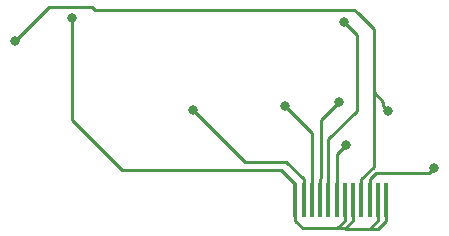
<source format=gbr>
G04 #@! TF.GenerationSoftware,KiCad,Pcbnew,5.0.2+dfsg1-1~bpo9+1*
G04 #@! TF.CreationDate,2018-12-31T18:08:11+00:00*
G04 #@! TF.ProjectId,13_full_breakout_gpio,31335f66-756c-46c5-9f62-7265616b6f75,rev?*
G04 #@! TF.SameCoordinates,Original*
G04 #@! TF.FileFunction,Copper,L1,Top*
G04 #@! TF.FilePolarity,Positive*
%FSLAX46Y46*%
G04 Gerber Fmt 4.6, Leading zero omitted, Abs format (unit mm)*
G04 Created by KiCad (PCBNEW 5.0.2+dfsg1-1~bpo9+1) date Mon 31 Dec 2018 18:08:11 GMT*
%MOMM*%
%LPD*%
G01*
G04 APERTURE LIST*
G04 #@! TA.AperFunction,SMDPad,CuDef*
%ADD10R,0.300000X3.000000*%
G04 #@! TD*
G04 #@! TA.AperFunction,ViaPad*
%ADD11C,0.800000*%
G04 #@! TD*
G04 #@! TA.AperFunction,Conductor*
%ADD12C,0.250000*%
G04 #@! TD*
G04 APERTURE END LIST*
D10*
G04 #@! TO.P,U1,1*
G04 #@! TO.N,Net-(J1-Pad6)*
X166775923Y-88416437D03*
G04 #@! TO.P,U1,2*
X166075923Y-88416437D03*
G04 #@! TO.P,U1,3*
G04 #@! TO.N,Net-(R1-Pad2)*
X165375923Y-88416437D03*
G04 #@! TO.P,U1,4*
G04 #@! TO.N,Net-(J1-Pad1)*
X164675923Y-88416437D03*
G04 #@! TO.P,U1,5*
G04 #@! TO.N,Net-(J1-Pad6)*
X163975923Y-88416437D03*
G04 #@! TO.P,U1,6*
X163275923Y-88416437D03*
G04 #@! TO.P,U1,7*
G04 #@! TO.N,Net-(J1-Pad22)*
X162575923Y-88416437D03*
G04 #@! TO.P,U1,8*
G04 #@! TO.N,Net-(J1-Pad24)*
X161875923Y-88416437D03*
G04 #@! TO.P,U1,9*
G04 #@! TO.N,Net-(J1-Pad23)*
X161175923Y-88416437D03*
G04 #@! TO.P,U1,10*
G04 #@! TO.N,Net-(J1-Pad19)*
X160475923Y-88416437D03*
G04 #@! TO.P,U1,11*
G04 #@! TO.N,Net-(J1-Pad13)*
X159775923Y-88416437D03*
G04 #@! TO.P,U1,12*
G04 #@! TO.N,Net-(J1-Pad6)*
X159075923Y-88416437D03*
G04 #@! TD*
D11*
G04 #@! TO.N,Net-(J1-Pad1)*
X135382000Y-74930000D03*
X166941500Y-80899000D03*
G04 #@! TO.N,Net-(J1-Pad6)*
X140208000Y-73025000D03*
G04 #@! TO.N,Net-(J1-Pad13)*
X150431500Y-80835500D03*
G04 #@! TO.N,Net-(J1-Pad19)*
X158178500Y-80454500D03*
G04 #@! TO.N,Net-(J1-Pad22)*
X163385500Y-83756500D03*
G04 #@! TO.N,Net-(J1-Pad23)*
X162814000Y-80137000D03*
G04 #@! TO.N,Net-(J1-Pad24)*
X163195000Y-73342500D03*
G04 #@! TO.N,Net-(R1-Pad2)*
X170815000Y-85725000D03*
G04 #@! TD*
D12*
G04 #@! TO.N,Net-(J1-Pad1)*
X164675923Y-86666437D02*
X165735000Y-85607360D01*
X164675923Y-88416437D02*
X164675923Y-86666437D01*
X165735000Y-73977500D02*
X164374999Y-72617499D01*
X164057499Y-72299999D02*
X142086499Y-72299999D01*
X164374999Y-72617499D02*
X164057499Y-72299999D01*
X142086499Y-72299999D02*
X141859000Y-72072500D01*
X138239500Y-72072500D02*
X135382000Y-74930000D01*
X141859000Y-72072500D02*
X138239500Y-72072500D01*
X166541501Y-80118001D02*
X165735000Y-79311500D01*
X166541501Y-80499001D02*
X166541501Y-80118001D01*
X166941500Y-80899000D02*
X166541501Y-80499001D01*
X165735000Y-85607360D02*
X165735000Y-79311500D01*
X165735000Y-79311500D02*
X165735000Y-73977500D01*
G04 #@! TO.N,Net-(J1-Pad6)*
X163275923Y-88416437D02*
X163275923Y-90166437D01*
X159728346Y-90818860D02*
X159075923Y-90166437D01*
X159075923Y-90166437D02*
X159075923Y-88416437D01*
X163275923Y-90166437D02*
X162700860Y-90741500D01*
X162700860Y-90741500D02*
X162623500Y-90818860D01*
X166775923Y-88416437D02*
X166775923Y-90166437D01*
X163323500Y-90818860D02*
X162496500Y-90818860D01*
X163975923Y-90166437D02*
X163323500Y-90818860D01*
X163975923Y-88416437D02*
X163975923Y-90166437D01*
X162623500Y-90818860D02*
X162496500Y-90818860D01*
X162496500Y-90818860D02*
X159728346Y-90818860D01*
X163373140Y-90868500D02*
X163323500Y-90818860D01*
X166775923Y-90166437D02*
X166073860Y-90868500D01*
X159075923Y-87066437D02*
X157861486Y-85852000D01*
X159075923Y-88416437D02*
X159075923Y-87066437D01*
X157861486Y-85852000D02*
X144399000Y-85852000D01*
X140208000Y-81661000D02*
X140208000Y-73025000D01*
X144399000Y-85852000D02*
X140208000Y-81661000D01*
X165417500Y-90824860D02*
X165417500Y-90868500D01*
X166075923Y-88416437D02*
X166075923Y-90166437D01*
X165417500Y-90868500D02*
X163373140Y-90868500D01*
X166075923Y-90166437D02*
X165417500Y-90824860D01*
X166073860Y-90868500D02*
X165417500Y-90868500D01*
G04 #@! TO.N,Net-(J1-Pad13)*
X159775923Y-86666437D02*
X158305500Y-85196014D01*
X159775923Y-88416437D02*
X159775923Y-86666437D01*
X158305500Y-85196014D02*
X154792014Y-85196014D01*
X154792014Y-85196014D02*
X150431500Y-80835500D01*
G04 #@! TO.N,Net-(J1-Pad19)*
X160475923Y-86666437D02*
X160464500Y-86655014D01*
X160475923Y-88416437D02*
X160475923Y-86666437D01*
X160464500Y-82740500D02*
X158178500Y-80454500D01*
X160464500Y-86655014D02*
X160464500Y-82740500D01*
G04 #@! TO.N,Net-(J1-Pad22)*
X162575923Y-84566077D02*
X163385500Y-83756500D01*
X162575923Y-88416437D02*
X162575923Y-84566077D01*
G04 #@! TO.N,Net-(J1-Pad23)*
X161175923Y-86666437D02*
X161290000Y-86552360D01*
X161175923Y-88416437D02*
X161175923Y-86666437D01*
X161290000Y-81661000D02*
X162814000Y-80137000D01*
X161290000Y-86552360D02*
X161290000Y-81661000D01*
G04 #@! TO.N,Net-(J1-Pad24)*
X161875923Y-88416437D02*
X161875923Y-83297577D01*
X161875923Y-83297577D02*
X164274500Y-80899000D01*
X164274500Y-74422000D02*
X163195000Y-73342500D01*
X164274500Y-80899000D02*
X164274500Y-74422000D01*
G04 #@! TO.N,Net-(R1-Pad2)*
X165375923Y-86666437D02*
X165872860Y-86169500D01*
X165375923Y-88416437D02*
X165375923Y-86666437D01*
X170370500Y-86169500D02*
X170815000Y-85725000D01*
X165872860Y-86169500D02*
X170370500Y-86169500D01*
G04 #@! TD*
M02*

</source>
